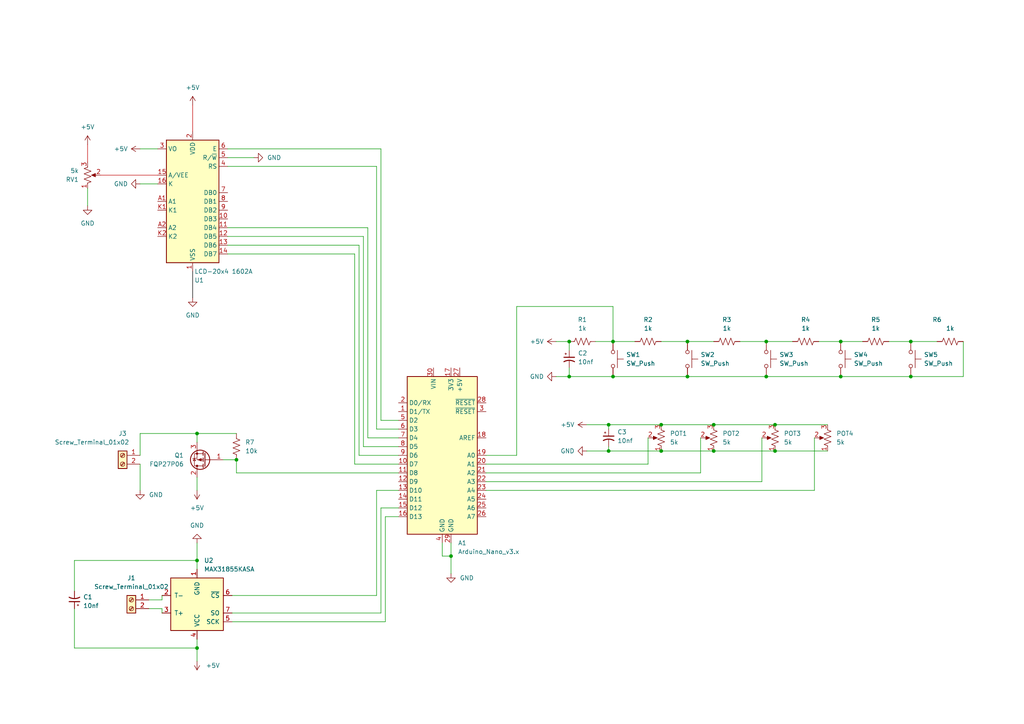
<source format=kicad_sch>
(kicad_sch (version 20211123) (generator eeschema)
  (paper "A4")
  (lib_symbols
    (symbol "Connector:Screw_Terminal_01x02" (pin_names (offset 1.016) hide)
      (property "Reference" "J" (at 0 2.54 0))
      (property "Value" "Screw_Terminal_01x02" (at 0 -5.08 0))
      (symbol "Screw_Terminal_01x02_1_1"
        (rectangle (start -1.27 1.27) (end 1.27 -3.81) (stroke (width 0.254)) (fill (type background)))
        (circle (center 0 -2.54) (radius 0.635) (stroke (width 0.1524)))
        (polyline (pts (xy -0.5334 -2.2098) (xy 0.3302 -3.048)) (stroke (width 0.1524)))
        (polyline (pts (xy -0.5334 0.3302) (xy 0.3302 -0.508)) (stroke (width 0.1524)))
        (polyline (pts (xy -0.3556 -2.032) (xy 0.508 -2.8702)) (stroke (width 0.1524)))
        (polyline (pts (xy -0.3556 0.508) (xy 0.508 -0.3302)) (stroke (width 0.1524)))
        (circle (center 0 0) (radius 0.635) (stroke (width 0.1524)))
        (pin passive line (at -5.08 0 0) (length 3.81) (name "Pin_1") (number "1"))
        (pin passive line (at -5.08 -2.54 0) (length 3.81) (name "Pin_2") (number "2"))
      )
    )
    (symbol "Device:C_Polarized_Small_US" (pin_numbers hide) (pin_names (offset 0.254) hide)
      (property "Reference" "C" (at 0.254 1.778 0))
      (property "Value" "C_Polarized_Small_US" (at 0.254 -2.032 0))
      (symbol "C_Polarized_Small_US_0_1"
        (polyline (pts (xy -1.524 0.508) (xy 1.524 0.508)) (stroke (width 0.3048)))
        (polyline (pts (xy -1.27 1.524) (xy -0.762 1.524)))
        (polyline (pts (xy -1.016 1.27) (xy -1.016 1.778)))
        (arc (start 1.524 -0.762) (mid 0 -0.3734) (end -1.524 -0.762) (stroke (width 0.3048)))
      )
      (symbol "C_Polarized_Small_US_1_1"
        (pin passive line (at 0 2.54 270) (length 2.032) (name "~") (number "1"))
        (pin passive line (at 0 -2.54 90) (length 2.032) (name "~") (number "2"))
      )
    )
    (symbol "Device:R_Potentiometer_US" (pin_names (offset 1.016) hide)
      (property "Reference" "RV" (at -4.445 0 90))
      (property "Value" "R_Potentiometer_US" (at -2.54 0 90))
      (symbol "R_Potentiometer_US_0_1"
        (polyline (pts (xy 0 -2.286) (xy 0 -2.54)))
        (polyline (pts (xy 0 2.54) (xy 0 2.286)))
        (polyline (pts (xy 2.54 0) (xy 1.524 0)))
        (polyline (pts (xy 1.143 0) (xy 2.286 0.508) (xy 2.286 -0.508) (xy 1.143 0)) (fill (type outline)))
        (polyline (pts (xy 0 -0.762) (xy 1.016 -1.143) (xy 0 -1.524) (xy -1.016 -1.905) (xy 0 -2.286)))
        (polyline (pts (xy 0 0.762) (xy 1.016 0.381) (xy 0 0) (xy -1.016 -0.381) (xy 0 -0.762)))
        (polyline (pts (xy 0 2.286) (xy 1.016 1.905) (xy 0 1.524) (xy -1.016 1.143) (xy 0 0.762)))
      )
      (symbol "R_Potentiometer_US_1_1"
        (pin passive line (at 0 3.81 270) (length 1.27) (name "1") (number "1"))
        (pin passive line (at 3.81 0 180) (length 1.27) (name "2") (number "2"))
        (pin passive line (at 0 -3.81 90) (length 1.27) (name "3") (number "3"))
      )
    )
    (symbol "Device:R_US" (pin_numbers hide) (pin_names (offset 0))
      (property "Reference" "R" (at 2.54 0 90))
      (property "Value" "R_US" (at -2.54 0 90))
      (symbol "R_US_0_1"
        (polyline (pts (xy 0 -2.286) (xy 0 -2.54)))
        (polyline (pts (xy 0 2.286) (xy 0 2.54)))
        (polyline (pts (xy 0 -0.762) (xy 1.016 -1.143) (xy 0 -1.524) (xy -1.016 -1.905) (xy 0 -2.286)))
        (polyline (pts (xy 0 0.762) (xy 1.016 0.381) (xy 0 0) (xy -1.016 -0.381) (xy 0 -0.762)))
        (polyline (pts (xy 0 2.286) (xy 1.016 1.905) (xy 0 1.524) (xy -1.016 1.143) (xy 0 0.762)))
      )
      (symbol "R_US_1_1"
        (pin passive line (at 0 3.81 270) (length 1.27) (name "~") (number "1"))
        (pin passive line (at 0 -3.81 90) (length 1.27) (name "~") (number "2"))
      )
    )
    (symbol "Display_Character:LCD-016N002L"
      (property "Reference" "U" (at -6.35 18.796 0))
      (property "Value" "LCD-016N002L" (at 8.636 18.796 0))
      (symbol "LCD-016N002L_1_1"
        (rectangle (start -7.62 17.78) (end 7.62 -17.78) (stroke (width 0.254)) (fill (type background)))
        (pin power_in line (at 0 -20.32 90) (length 2.54) (name "VSS") (number "1"))
        (pin bidirectional line (at -10.16 -5.08 0) (length 2.54) (name "DB3") (number "10"))
        (pin bidirectional line (at -10.16 -7.62 0) (length 2.54) (name "DB4") (number "11"))
        (pin bidirectional line (at -10.16 -10.16 0) (length 2.54) (name "DB5") (number "12"))
        (pin bidirectional line (at -10.16 -12.7 0) (length 2.54) (name "DB6") (number "13"))
        (pin bidirectional line (at -10.16 -15.24 0) (length 2.54) (name "DB7") (number "14"))
        (pin power_in line (at 10.16 7.62 180) (length 2.54) (name "A/VEE") (number "15"))
        (pin power_in line (at 10.16 5.08 180) (length 2.54) (name "K") (number "16"))
        (pin power_in line (at 0 20.32 270) (length 2.54) (name "VDD") (number "2"))
        (pin input line (at 10.16 15.24 180) (length 2.54) (name "VO") (number "3"))
        (pin input line (at -10.16 10.16 0) (length 2.54) (name "RS") (number "4"))
        (pin input line (at -10.16 12.7 0) (length 2.54) (name "R/~{W}") (number "5"))
        (pin input line (at -10.16 15.24 0) (length 2.54) (name "E") (number "6"))
        (pin bidirectional line (at -10.16 2.54 0) (length 2.54) (name "DB0") (number "7"))
        (pin bidirectional line (at -10.16 0 0) (length 2.54) (name "DB1") (number "8"))
        (pin bidirectional line (at -10.16 -2.54 0) (length 2.54) (name "DB2") (number "9"))
        (pin power_in line (at 10.16 0 180) (length 2.54) (name "A1") (number "A1"))
        (pin power_in line (at 10.16 -7.62 180) (length 2.54) (name "A2") (number "A2"))
        (pin power_in line (at 10.16 -2.54 180) (length 2.54) (name "K1") (number "K1"))
        (pin power_in line (at 10.16 -10.16 180) (length 2.54) (name "K2") (number "K2"))
      )
    )
    (symbol "MCU_Module:Arduino_Nano_v3.x"
      (property "Reference" "A" (at -10.16 23.495 0))
      (property "Value" "Arduino_Nano_v3.x" (at 5.08 -24.13 0))
      (symbol "Arduino_Nano_v3.x_0_1"
        (rectangle (start -10.16 22.86) (end 10.16 -22.86) (stroke (width 0.254)) (fill (type background)))
      )
      (symbol "Arduino_Nano_v3.x_1_1"
        (pin bidirectional line (at -12.7 12.7 0) (length 2.54) (name "D1/TX") (number "1"))
        (pin bidirectional line (at -12.7 -2.54 0) (length 2.54) (name "D7") (number "10"))
        (pin bidirectional line (at -12.7 -5.08 0) (length 2.54) (name "D8") (number "11"))
        (pin bidirectional line (at -12.7 -7.62 0) (length 2.54) (name "D9") (number "12"))
        (pin bidirectional line (at -12.7 -10.16 0) (length 2.54) (name "D10") (number "13"))
        (pin bidirectional line (at -12.7 -12.7 0) (length 2.54) (name "D11") (number "14"))
        (pin bidirectional line (at -12.7 -15.24 0) (length 2.54) (name "D12") (number "15"))
        (pin bidirectional line (at -12.7 -17.78 0) (length 2.54) (name "D13") (number "16"))
        (pin power_out line (at 2.54 25.4 270) (length 2.54) (name "3V3") (number "17"))
        (pin input line (at 12.7 5.08 180) (length 2.54) (name "AREF") (number "18"))
        (pin bidirectional line (at 12.7 0 180) (length 2.54) (name "A0") (number "19"))
        (pin bidirectional line (at -12.7 15.24 0) (length 2.54) (name "D0/RX") (number "2"))
        (pin bidirectional line (at 12.7 -2.54 180) (length 2.54) (name "A1") (number "20"))
        (pin bidirectional line (at 12.7 -5.08 180) (length 2.54) (name "A2") (number "21"))
        (pin bidirectional line (at 12.7 -7.62 180) (length 2.54) (name "A3") (number "22"))
        (pin bidirectional line (at 12.7 -10.16 180) (length 2.54) (name "A4") (number "23"))
        (pin bidirectional line (at 12.7 -12.7 180) (length 2.54) (name "A5") (number "24"))
        (pin bidirectional line (at 12.7 -15.24 180) (length 2.54) (name "A6") (number "25"))
        (pin bidirectional line (at 12.7 -17.78 180) (length 2.54) (name "A7") (number "26"))
        (pin power_out line (at 5.08 25.4 270) (length 2.54) (name "+5V") (number "27"))
        (pin input line (at 12.7 15.24 180) (length 2.54) (name "~{RESET}") (number "28"))
        (pin power_in line (at 2.54 -25.4 90) (length 2.54) (name "GND") (number "29"))
        (pin input line (at 12.7 12.7 180) (length 2.54) (name "~{RESET}") (number "3"))
        (pin power_in line (at -2.54 25.4 270) (length 2.54) (name "VIN") (number "30"))
        (pin power_in line (at 0 -25.4 90) (length 2.54) (name "GND") (number "4"))
        (pin bidirectional line (at -12.7 10.16 0) (length 2.54) (name "D2") (number "5"))
        (pin bidirectional line (at -12.7 7.62 0) (length 2.54) (name "D3") (number "6"))
        (pin bidirectional line (at -12.7 5.08 0) (length 2.54) (name "D4") (number "7"))
        (pin bidirectional line (at -12.7 2.54 0) (length 2.54) (name "D5") (number "8"))
        (pin bidirectional line (at -12.7 0 0) (length 2.54) (name "D6") (number "9"))
      )
    )
    (symbol "Sensor_Temperature:MAX31855KASA" (pin_names (offset 1.016))
      (property "Reference" "U" (at -7.62 8.89 0))
      (property "Value" "MAX31855KASA" (at 1.27 8.89 0))
      (symbol "MAX31855KASA_0_1"
        (rectangle (start -7.62 7.62) (end 7.62 -7.62) (stroke (width 0.254)) (fill (type background)))
      )
      (symbol "MAX31855KASA_1_1"
        (pin power_in line (at 0 -10.16 90) (length 2.54) (name "GND") (number "1"))
        (pin passive line (at -10.16 -2.54 0) (length 2.54) (name "T-") (number "2"))
        (pin passive line (at -10.16 2.54 0) (length 2.54) (name "T+") (number "3"))
        (pin power_in line (at 0 10.16 270) (length 2.54) (name "VCC") (number "4"))
        (pin input line (at 10.16 5.08 180) (length 2.54) (name "SCK") (number "5"))
        (pin input line (at 10.16 -2.54 180) (length 2.54) (name "~{CS}") (number "6"))
        (pin tri_state line (at 10.16 2.54 180) (length 2.54) (name "SO") (number "7"))
      )
    )
    (symbol "Switch:SW_Push" (pin_numbers hide) (pin_names (offset 1.016) hide)
      (property "Reference" "SW" (at 1.27 2.54 0))
      (property "Value" "SW_Push" (at 0 -1.524 0))
      (symbol "SW_Push_0_1"
        (circle (center -2.032 0) (radius 0.508))
        (polyline (pts (xy 0 1.27) (xy 0 3.048)))
        (polyline (pts (xy 2.54 1.27) (xy -2.54 1.27)))
        (circle (center 2.032 0) (radius 0.508))
        (pin passive line (at -5.08 0 0) (length 2.54) (name "1") (number "1"))
        (pin passive line (at 5.08 0 180) (length 2.54) (name "2") (number "2"))
      )
    )
    (symbol "Transistor_FET:FQP27P06" (pin_names hide)
      (property "Reference" "Q" (at 5.08 1.905 0))
      (property "Value" "FQP27P06" (at 5.08 0 0))
      (symbol "FQP27P06_0_1"
        (polyline (pts (xy 0.254 0) (xy -2.54 0)))
        (polyline (pts (xy 0.254 1.905) (xy 0.254 -1.905)) (stroke (width 0.254)))
        (polyline (pts (xy 0.762 -1.27) (xy 0.762 -2.286)) (stroke (width 0.254)))
        (polyline (pts (xy 0.762 0.508) (xy 0.762 -0.508)) (stroke (width 0.254)))
        (polyline (pts (xy 0.762 2.286) (xy 0.762 1.27)) (stroke (width 0.254)))
        (polyline (pts (xy 2.54 2.54) (xy 2.54 1.778)))
        (polyline (pts (xy 2.54 -2.54) (xy 2.54 0) (xy 0.762 0)))
        (polyline (pts (xy 0.762 1.778) (xy 3.302 1.778) (xy 3.302 -1.778) (xy 0.762 -1.778)))
        (polyline (pts (xy 2.286 0) (xy 1.27 0.381) (xy 1.27 -0.381) (xy 2.286 0)) (fill (type outline)))
        (polyline (pts (xy 2.794 -0.508) (xy 2.921 -0.381) (xy 3.683 -0.381) (xy 3.81 -0.254)))
        (polyline (pts (xy 3.302 -0.381) (xy 2.921 0.254) (xy 3.683 0.254) (xy 3.302 -0.381)))
        (circle (center 1.651 0) (radius 2.794) (stroke (width 0.254)))
        (circle (center 2.54 -1.778) (radius 0.254) (fill (type outline)))
        (circle (center 2.54 1.778) (radius 0.254) (fill (type outline)))
      )
      (symbol "FQP27P06_1_1"
        (pin input line (at -5.08 0 0) (length 2.54) (name "G") (number "1"))
        (pin passive line (at 2.54 5.08 270) (length 2.54) (name "D") (number "2"))
        (pin passive line (at 2.54 -5.08 90) (length 2.54) (name "S") (number "3"))
      )
    )
    (symbol "power:+5V" (power) (pin_names (offset 0))
      (property "Value" "+5V" (at 0 3.556 0))
      (symbol "+5V_0_1"
        (polyline (pts (xy -0.762 1.27) (xy 0 2.54)))
        (polyline (pts (xy 0 0) (xy 0 2.54)))
        (polyline (pts (xy 0 2.54) (xy 0.762 1.27)))
      )
      (symbol "+5V_1_1"
        (pin power_in line (at 0 0 90) (length 0) hide (name "+5V") (number "1"))
      )
    )
    (symbol "power:GND" (power) (pin_names (offset 0))
      (property "Value" "GND" (at 0 -3.81 0))
      (symbol "GND_0_1"
        (polyline (pts (xy 0 0) (xy 0 -1.27) (xy 1.27 -1.27) (xy 0 -2.54) (xy -1.27 -1.27) (xy 0 -1.27)))
      )
      (symbol "GND_1_1"
        (pin power_in line (at 0 0 270) (length 0) hide (name "GND") (number "1"))
      )
    )
  )
  (junction (at 264.16 99.06))
  (junction (at 165.1 109.22))
  (junction (at 165.1 99.06))
  (junction (at 264.16 109.22))
  (junction (at 57.15 125.73))
  (junction (at 199.39 109.22))
  (junction (at 57.15 162.56))
  (junction (at 130.81 161.29))
  (junction (at 57.15 187.96))
  (junction (at 207.01 123.19))
  (junction (at 224.79 130.81))
  (junction (at 68.58 133.35))
  (junction (at 176.53 130.81))
  (junction (at 177.8 99.06))
  (junction (at 222.25 99.06))
  (junction (at 207.01 130.81))
  (junction (at 176.53 123.19))
  (junction (at 243.84 99.06))
  (junction (at 177.8 109.22))
  (junction (at 191.77 130.81))
  (junction (at 199.39 99.06))
  (junction (at 222.25 109.22))
  (junction (at 224.79 123.19))
  (junction (at 243.84 109.22))
  (junction (at 191.77 123.19))
  (wire (pts (xy 115.57 137.16) (xy 68.58 137.16)))
  (wire (pts (xy 57.15 138.43) (xy 57.15 142.24)))
  (wire (pts (xy 207.01 99.06) (xy 199.39 99.06)))
  (wire (pts (xy 66.04 66.04) (xy 106.68 66.04)))
  (wire (pts (xy 57.15 185.42) (xy 57.15 187.96)))
  (wire (pts (xy 140.97 139.7) (xy 220.98 139.7)))
  (wire (pts (xy 177.8 99.06) (xy 184.15 99.06)))
  (wire (pts (xy 207.01 130.81) (xy 224.79 130.81)))
  (wire (pts (xy 176.53 123.19) (xy 176.53 124.46)))
  (wire (pts (xy 264.16 109.22) (xy 243.84 109.22)))
  (wire (pts (xy 109.22 172.72) (xy 67.31 172.72)))
  (wire (pts (xy 229.87 99.06) (xy 222.25 99.06)))
  (wire (pts (xy 40.64 132.08) (xy 40.64 125.73)))
  (wire (pts (xy 128.27 157.48) (xy 128.27 161.29)))
  (wire (pts (xy 67.31 177.8) (xy 110.49 177.8)))
  (wire (pts (xy 279.4 99.06) (xy 279.4 109.22)))
  (wire (pts (xy 102.87 73.66) (xy 66.04 73.66)))
  (wire (pts (xy 250.19 99.06) (xy 243.84 99.06)))
  (wire (pts (xy 25.4 41.91) (xy 25.4 46.99)) (stroke (width 0) (color 194 0 0 1)))
  (wire (pts (xy 111.76 149.86) (xy 115.57 149.86)))
  (wire (pts (xy 109.22 48.26) (xy 109.22 124.46)))
  (wire (pts (xy 130.81 161.29) (xy 130.81 166.37)))
  (wire (pts (xy 140.97 134.62) (xy 187.96 134.62)))
  (wire (pts (xy 21.59 187.96) (xy 57.15 187.96)))
  (wire (pts (xy 191.77 99.06) (xy 199.39 99.06)))
  (wire (pts (xy 110.49 43.18) (xy 110.49 121.92)))
  (wire (pts (xy 25.4 59.69) (xy 25.4 54.61)))
  (wire (pts (xy 68.58 137.16) (xy 68.58 133.35)))
  (wire (pts (xy 66.04 45.72) (xy 73.66 45.72)))
  (wire (pts (xy 191.77 123.19) (xy 207.01 123.19)))
  (wire (pts (xy 199.39 109.22) (xy 177.8 109.22)))
  (wire (pts (xy 187.96 134.62) (xy 187.96 127)))
  (wire (pts (xy 104.14 71.12) (xy 66.04 71.12)))
  (wire (pts (xy 45.72 53.34) (xy 40.64 53.34)))
  (wire (pts (xy 55.88 86.36) (xy 55.88 78.74)) (stroke (width 0) (color 0 0 0 1)))
  (wire (pts (xy 110.49 121.92) (xy 115.57 121.92)))
  (wire (pts (xy 172.72 99.06) (xy 177.8 99.06)))
  (wire (pts (xy 222.25 109.22) (xy 199.39 109.22)))
  (wire (pts (xy 115.57 124.46) (xy 109.22 124.46)))
  (wire (pts (xy 57.15 187.96) (xy 57.15 191.77)))
  (wire (pts (xy 111.76 180.34) (xy 111.76 149.86)))
  (wire (pts (xy 214.63 99.06) (xy 222.25 99.06)))
  (wire (pts (xy 165.1 106.68) (xy 165.1 109.22)))
  (wire (pts (xy 177.8 88.9) (xy 177.8 99.06)))
  (wire (pts (xy 165.1 99.06) (xy 165.1 101.6)))
  (wire (pts (xy 176.53 123.19) (xy 191.77 123.19)))
  (wire (pts (xy 105.41 68.58) (xy 105.41 129.54)))
  (wire (pts (xy 43.18 173.99) (xy 46.99 173.99)))
  (wire (pts (xy 21.59 162.56) (xy 57.15 162.56)))
  (wire (pts (xy 149.86 132.08) (xy 149.86 88.9)))
  (wire (pts (xy 220.98 139.7) (xy 220.98 127)))
  (wire (pts (xy 57.15 157.48) (xy 57.15 162.56)))
  (wire (pts (xy 170.18 130.81) (xy 176.53 130.81)))
  (wire (pts (xy 191.77 130.81) (xy 207.01 130.81)))
  (wire (pts (xy 55.88 38.1) (xy 55.88 30.48)) (stroke (width 0) (color 194 0 0 1)))
  (wire (pts (xy 176.53 129.54) (xy 176.53 130.81)))
  (wire (pts (xy 57.15 162.56) (xy 57.15 165.1)))
  (wire (pts (xy 21.59 176.53) (xy 21.59 187.96)))
  (wire (pts (xy 109.22 172.72) (xy 109.22 142.24)))
  (wire (pts (xy 257.81 99.06) (xy 264.16 99.06)))
  (wire (pts (xy 176.53 130.81) (xy 191.77 130.81)))
  (wire (pts (xy 236.22 142.24) (xy 236.22 127)))
  (wire (pts (xy 105.41 68.58) (xy 66.04 68.58)))
  (wire (pts (xy 140.97 142.24) (xy 236.22 142.24)))
  (wire (pts (xy 279.4 109.22) (xy 264.16 109.22)))
  (wire (pts (xy 106.68 66.04) (xy 106.68 127)))
  (wire (pts (xy 177.8 109.22) (xy 165.1 109.22)))
  (wire (pts (xy 46.99 173.99) (xy 46.99 172.72)))
  (wire (pts (xy 43.18 176.53) (xy 46.99 176.53)))
  (wire (pts (xy 21.59 171.45) (xy 21.59 162.56)))
  (wire (pts (xy 46.99 176.53) (xy 46.99 177.8)))
  (wire (pts (xy 224.79 130.81) (xy 240.03 130.81)))
  (wire (pts (xy 115.57 132.08) (xy 104.14 132.08)))
  (wire (pts (xy 68.58 125.73) (xy 57.15 125.73)))
  (wire (pts (xy 243.84 109.22) (xy 222.25 109.22)))
  (wire (pts (xy 115.57 129.54) (xy 105.41 129.54)))
  (wire (pts (xy 40.64 125.73) (xy 57.15 125.73)))
  (wire (pts (xy 128.27 161.29) (xy 130.81 161.29)))
  (wire (pts (xy 149.86 88.9) (xy 177.8 88.9)))
  (wire (pts (xy 110.49 177.8) (xy 110.49 147.32)))
  (wire (pts (xy 140.97 132.08) (xy 149.86 132.08)))
  (wire (pts (xy 130.81 157.48) (xy 130.81 161.29)))
  (wire (pts (xy 64.77 133.35) (xy 68.58 133.35)))
  (wire (pts (xy 170.18 123.19) (xy 176.53 123.19)))
  (wire (pts (xy 109.22 142.24) (xy 115.57 142.24)))
  (wire (pts (xy 264.16 99.06) (xy 271.78 99.06)))
  (wire (pts (xy 203.2 137.16) (xy 203.2 127)))
  (wire (pts (xy 102.87 73.66) (xy 102.87 134.62)))
  (wire (pts (xy 237.49 99.06) (xy 243.84 99.06)))
  (wire (pts (xy 57.15 125.73) (xy 57.15 128.27)))
  (wire (pts (xy 66.04 48.26) (xy 109.22 48.26)))
  (wire (pts (xy 224.79 123.19) (xy 240.03 123.19)))
  (wire (pts (xy 110.49 147.32) (xy 115.57 147.32)))
  (wire (pts (xy 115.57 134.62) (xy 102.87 134.62)))
  (wire (pts (xy 40.64 134.62) (xy 40.64 142.24)))
  (wire (pts (xy 67.31 180.34) (xy 111.76 180.34)))
  (wire (pts (xy 161.29 99.06) (xy 165.1 99.06)))
  (wire (pts (xy 66.04 43.18) (xy 110.49 43.18)))
  (wire (pts (xy 106.68 127) (xy 115.57 127)))
  (wire (pts (xy 207.01 123.19) (xy 224.79 123.19)))
  (wire (pts (xy 40.64 43.18) (xy 45.72 43.18)))
  (wire (pts (xy 140.97 137.16) (xy 203.2 137.16)))
  (wire (pts (xy 104.14 71.12) (xy 104.14 132.08)))
  (wire (pts (xy 165.1 109.22) (xy 161.29 109.22)))
  (wire (pts (xy 29.21 50.8) (xy 45.72 50.8)) (stroke (width 0) (color 194 0 0 1)))
  (symbol (lib_id "power:+5V") (at 170.18 123.19 90) (unit 1)
    (property "Reference" "#PWR0113" (effects hide))
    (property "Value" "+5V" (at 162.56 123.19 90) (effects (justify right)))
  )
  (symbol (lib_id "Device:R_Potentiometer_US") (at 207.01 127 180) (unit 1)
    (property "Reference" "POT2" (at 209.55 125.7299 0) (effects (justify right)))
    (property "Value" "5k" (at 209.55 128.2699 0) (effects (justify right)))
    (property "Footprint" "Potentiometer_THT:Potentiometer_Piher_T-16H_Single_Horizontal" (effects hide))
  )
  (symbol (lib_id "Device:R_US") (at 233.68 99.06 90) (unit 1)
    (property "Reference" "R4" (at 233.68 92.71 90))
    (property "Value" "1k" (at 233.68 95.25 90))
    (property "Footprint" "Resistor_THT:R_Axial_DIN0207_L6.3mm_D2.5mm_P10.16mm_Horizontal" (effects hide))
  )
  (symbol (lib_id "power:+5V") (at 57.15 142.24 180) (unit 1)
    (property "Reference" "#PWR0109" (effects hide))
    (property "Value" "+5V" (at 57.15 147.32 0))
  )
  (symbol (lib_id "power:GND") (at 130.81 166.37 0) (unit 1)
    (property "Reference" "#PWR0116" (effects hide))
    (property "Value" "GND" (at 133.35 167.6399 0) (effects (justify left)))
  )
  (symbol (lib_id "MCU_Module:Arduino_Nano_v3.x") (at 128.27 132.08 0) (unit 1)
    (property "Reference" "A1" (at 132.8294 157.48 0) (effects (justify left)))
    (property "Value" "Arduino_Nano_v3.x" (at 132.8294 160.02 0) (effects (justify left)))
    (property "Footprint" "Module:Arduino_Nano" (effects hide))
    (property "Datasheet" "http://www.mouser.com/pdfdocs/Gravitech_Arduino_Nano3_0.pdf" (effects hide))
  )
  (symbol (lib_id "Sensor_Temperature:MAX31855KASA") (at 57.15 175.26 0) (mirror x) (unit 1)
    (property "Reference" "U2" (at 59.1694 162.56 0) (effects (justify left)))
    (property "Value" "MAX31855KASA" (at 59.1694 165.1 0) (effects (justify left)))
    (property "Footprint" "Package_SO:SOIC-8_3.9x4.9mm_P1.27mm" (effects hide))
    (property "Datasheet" "http://datasheets.maximintegrated.com/en/ds/MAX31855.pdf" (effects hide))
  )
  (symbol (lib_id "Device:R_Potentiometer_US") (at 240.03 127 180) (unit 1)
    (property "Reference" "POT4" (at 242.57 125.7299 0) (effects (justify right)))
    (property "Value" "5k" (at 242.57 128.2699 0) (effects (justify right)))
    (property "Footprint" "Potentiometer_THT:Potentiometer_Piher_T-16H_Single_Horizontal" (effects hide))
  )
  (symbol (lib_id "Switch:SW_Push") (at 243.84 104.14 270) (unit 1)
    (property "Reference" "SW4" (at 247.65 102.8699 90) (effects (justify left)))
    (property "Value" "SW_Push" (at 247.65 105.4099 90) (effects (justify left)))
    (property "Footprint" "Button_Switch_THT:SW_PUSH_6mm" (effects hide))
  )
  (symbol (lib_id "power:+5V") (at 57.15 191.77 180) (unit 1)
    (property "Reference" "#PWR0111" (effects hide))
    (property "Value" "+5V" (at 59.69 193.0399 0) (effects (justify right)))
  )
  (symbol (lib_id "power:GND") (at 40.64 142.24 0) (unit 1)
    (property "Reference" "#PWR0108" (effects hide))
    (property "Value" "GND" (at 43.18 143.5099 0) (effects (justify left)))
  )
  (symbol (lib_id "Device:R_Potentiometer_US") (at 224.79 127 180) (unit 1)
    (property "Reference" "POT3" (at 227.33 125.7299 0) (effects (justify right)))
    (property "Value" "5k" (at 227.33 128.2699 0) (effects (justify right)))
    (property "Footprint" "Potentiometer_THT:Potentiometer_Piher_T-16H_Single_Horizontal" (effects hide))
  )
  (symbol (lib_id "Display_Character:LCD-016N002L") (at 55.88 58.42 0) (mirror y) (unit 1)
    (property "Reference" "U1" (at 56.4006 81.28 0) (effects (justify right)))
    (property "Value" "LCD-20x4 1602A" (at 56.4006 78.74 0) (effects (justify right)))
    (property "Footprint" "Display:LCD-016N002L" (effects hide))
    (property "Datasheet" "http://www.vishay.com/docs/37299/37299.pdf" (effects hide))
  )
  (symbol (lib_id "power:GND") (at 55.88 86.36 0) (mirror y) (unit 1)
    (property "Reference" "#PWR0106" (effects hide))
    (property "Value" "GND" (at 55.88 91.44 0))
  )
  (symbol (lib_id "power:GND") (at 73.66 45.72 90) (mirror x) (unit 1)
    (property "Reference" "#PWR0107" (effects hide))
    (property "Value" "GND" (at 77.47 45.7201 90) (effects (justify right)))
  )
  (symbol (lib_id "power:GND") (at 25.4 59.69 0) (mirror y) (unit 1)
    (property "Reference" "#PWR0103" (effects hide))
    (property "Value" "GND" (at 25.4 64.77 0))
  )
  (symbol (lib_id "Switch:SW_Push") (at 264.16 104.14 270) (unit 1)
    (property "Reference" "SW5" (at 267.97 102.8699 90) (effects (justify left)))
    (property "Value" "SW_Push" (at 267.97 105.4099 90) (effects (justify left)))
    (property "Footprint" "Button_Switch_THT:SW_PUSH_6mm" (effects hide))
  )
  (symbol (lib_id "Device:R_Potentiometer_US") (at 191.77 127 180) (unit 1)
    (property "Reference" "POT1" (at 194.31 125.7299 0) (effects (justify right)))
    (property "Value" "5k" (at 194.31 128.2699 0) (effects (justify right)))
    (property "Footprint" "Potentiometer_THT:Potentiometer_Piher_T-16H_Single_Horizontal" (effects hide))
  )
  (symbol (lib_id "power:+5V") (at 25.4 41.91 0) (mirror y) (unit 1)
    (property "Reference" "#PWR0105" (effects hide))
    (property "Value" "+5V" (at 25.4 36.83 0))
  )
  (symbol (lib_id "Device:R_US") (at 168.91 99.06 90) (unit 1)
    (property "Reference" "R1" (at 168.91 92.71 90))
    (property "Value" "1k" (at 168.91 95.25 90))
    (property "Footprint" "Resistor_THT:R_Axial_DIN0207_L6.3mm_D2.5mm_P10.16mm_Horizontal" (effects hide))
  )
  (symbol (lib_id "Device:R_US") (at 210.82 99.06 90) (unit 1)
    (property "Reference" "R3" (at 210.82 92.71 90))
    (property "Value" "1k" (at 210.82 95.25 90))
    (property "Footprint" "Resistor_THT:R_Axial_DIN0207_L6.3mm_D2.5mm_P10.16mm_Horizontal" (effects hide))
  )
  (symbol (lib_id "Device:C_Polarized_Small_US") (at 176.53 127 0) (unit 1)
    (property "Reference" "C3" (at 179.07 125.2981 0) (effects (justify left)))
    (property "Value" "10nf" (at 179.07 127.8381 0) (effects (justify left)))
    (property "Footprint" "Capacitor_THT:CP_Radial_D12.5mm_P7.50mm" (effects hide))
  )
  (symbol (lib_id "Switch:SW_Push") (at 199.39 104.14 270) (unit 1)
    (property "Reference" "SW2" (at 203.2 102.8699 90) (effects (justify left)))
    (property "Value" "SW_Push" (at 203.2 105.4099 90) (effects (justify left)))
    (property "Footprint" "Button_Switch_THT:SW_PUSH_6mm" (effects hide))
  )
  (symbol (lib_id "Device:R_US") (at 275.59 99.06 90) (unit 1)
    (property "Reference" "R6" (at 271.78 92.71 90))
    (property "Value" "1k" (at 275.59 95.25 90))
    (property "Footprint" "Resistor_THT:R_Axial_DIN0207_L6.3mm_D2.5mm_P10.16mm_Horizontal" (effects hide))
  )
  (symbol (lib_id "power:+5V") (at 55.88 30.48 0) (mirror y) (unit 1)
    (property "Reference" "#PWR0102" (effects hide))
    (property "Value" "+5V" (at 55.88 25.4 0))
  )
  (symbol (lib_id "Device:C_Polarized_Small_US") (at 21.59 173.99 180) (unit 1)
    (property "Reference" "C1" (at 24.13 173.1517 0) (effects (justify right)))
    (property "Value" "10nf" (at 24.13 175.6917 0) (effects (justify right)))
    (property "Footprint" "Capacitor_THT:CP_Radial_D12.5mm_P7.50mm" (effects hide))
  )
  (symbol (lib_id "Device:R_US") (at 68.58 129.54 0) (unit 1)
    (property "Reference" "R7" (at 71.12 128.2699 0) (effects (justify left)))
    (property "Value" "10k" (at 71.12 130.8099 0) (effects (justify left)))
    (property "Footprint" "Resistor_THT:R_Axial_DIN0207_L6.3mm_D2.5mm_P10.16mm_Horizontal" (effects hide))
  )
  (symbol (lib_id "Device:R_US") (at 187.96 99.06 90) (unit 1)
    (property "Reference" "R2" (at 187.96 92.71 90))
    (property "Value" "1k" (at 187.96 95.25 90))
    (property "Footprint" "Resistor_THT:R_Axial_DIN0207_L6.3mm_D2.5mm_P10.16mm_Horizontal" (effects hide))
  )
  (symbol (lib_id "Device:C_Polarized_Small_US") (at 165.1 104.14 0) (unit 1)
    (property "Reference" "C2" (at 167.64 102.4381 0) (effects (justify left)))
    (property "Value" "10nf" (at 167.64 104.9781 0) (effects (justify left)))
    (property "Footprint" "Capacitor_THT:CP_Radial_D12.5mm_P7.50mm" (effects hide))
  )
  (symbol (lib_id "power:+5V") (at 161.29 99.06 90) (unit 1)
    (property "Reference" "#PWR0115" (effects hide))
    (property "Value" "+5V" (at 153.67 99.06 90) (effects (justify right)))
  )
  (symbol (lib_id "Device:R_Potentiometer_US") (at 25.4 50.8 0) (mirror x) (unit 1)
    (property "Reference" "RV1" (at 22.86 52.0701 0) (effects (justify right)))
    (property "Value" "5k" (at 22.86 49.5301 0) (effects (justify right)))
    (property "Footprint" "Potentiometer_THT:Potentiometer_Piher_T-16H_Single_Horizontal" (effects hide))
  )
  (symbol (lib_id "power:GND") (at 40.64 53.34 270) (mirror x) (unit 1)
    (property "Reference" "#PWR0104" (effects hide))
    (property "Value" "GND" (at 33.02 53.34 90) (effects (justify left)))
  )
  (symbol (lib_id "Switch:SW_Push") (at 222.25 104.14 270) (unit 1)
    (property "Reference" "SW3" (at 226.06 102.8699 90) (effects (justify left)))
    (property "Value" "SW_Push" (at 226.06 105.4099 90) (effects (justify left)))
    (property "Footprint" "Button_Switch_THT:SW_PUSH_6mm" (effects hide))
  )
  (symbol (lib_id "Device:R_US") (at 254 99.06 90) (unit 1)
    (property "Reference" "R5" (at 254 92.71 90))
    (property "Value" "1k" (at 254 95.25 90))
    (property "Footprint" "Resistor_THT:R_Axial_DIN0207_L6.3mm_D2.5mm_P10.16mm_Horizontal" (effects hide))
  )
  (symbol (lib_id "Switch:SW_Push") (at 177.8 104.14 270) (unit 1)
    (property "Reference" "SW1" (at 181.61 102.8699 90) (effects (justify left)))
    (property "Value" "SW_Push" (at 181.61 105.4099 90) (effects (justify left)))
    (property "Footprint" "Button_Switch_THT:SW_PUSH_6mm" (effects hide))
  )
  (symbol (lib_id "power:+5V") (at 40.64 43.18 90) (mirror x) (unit 1)
    (property "Reference" "#PWR0101" (effects hide))
    (property "Value" "+5V" (at 33.02 43.18 90) (effects (justify right)))
  )
  (symbol (lib_id "Connector:Screw_Terminal_01x02") (at 38.1 173.99 0) (mirror y) (unit 1)
    (property "Reference" "J1" (at 38.1 167.64 0))
    (property "Value" "Screw_Terminal_01x02" (at 38.1 170.18 0))
    (property "Footprint" "TerminalBlock:TerminalBlock_Altech_AK300-2_P5.00mm" (effects hide))
  )
  (symbol (lib_id "Transistor_FET:FQP27P06") (at 59.69 133.35 180) (unit 1)
    (property "Reference" "Q1" (at 53.34 132.0799 0) (effects (justify left)))
    (property "Value" "FQP27P06" (at 53.34 134.6199 0) (effects (justify left)))
    (property "Footprint" "Package_TO_SOT_THT:TO-220-3_Vertical" (effects hide))
    (property "Datasheet" "https://www.onsemi.com/pub/Collateral/FQP27P06-D.PDF" (effects hide))
  )
  (symbol (lib_id "Connector:Screw_Terminal_01x02") (at 35.56 132.08 0) (mirror y) (unit 1)
    (property "Reference" "J3" (at 35.56 125.73 0))
    (property "Value" "Screw_Terminal_01x02" (at 26.67 128.27 0))
    (property "Footprint" "TerminalBlock:TerminalBlock_Altech_AK300-2_P5.00mm" (effects hide))
  )
  (symbol (lib_id "power:GND") (at 170.18 130.81 270) (unit 1)
    (property "Reference" "#PWR0112" (effects hide))
    (property "Value" "GND" (at 162.56 130.81 90) (effects (justify left)))
  )
  (symbol (lib_id "power:GND") (at 161.29 109.22 270) (unit 1)
    (property "Reference" "#PWR0114" (effects hide))
    (property "Value" "GND" (at 153.67 109.22 90) (effects (justify left)))
  )
  (symbol (lib_id "power:GND") (at 57.15 157.48 180) (unit 1)
    (property "Reference" "#PWR0110" (effects hide))
    (property "Value" "GND" (at 57.15 152.4 0))
  )
)
</source>
